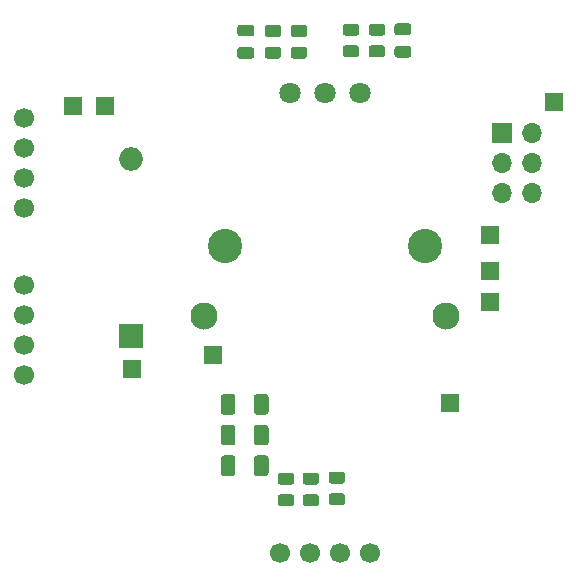
<source format=gbs>
G04 #@! TF.GenerationSoftware,KiCad,Pcbnew,(5.1.12)-1*
G04 #@! TF.CreationDate,2022-08-25T21:37:31-05:00*
G04 #@! TF.ProjectId,Stepper_Motor_Controller,53746570-7065-4725-9f4d-6f746f725f43,rev?*
G04 #@! TF.SameCoordinates,Original*
G04 #@! TF.FileFunction,Soldermask,Bot*
G04 #@! TF.FilePolarity,Negative*
%FSLAX46Y46*%
G04 Gerber Fmt 4.6, Leading zero omitted, Abs format (unit mm)*
G04 Created by KiCad (PCBNEW (5.1.12)-1) date 2022-08-25 21:37:31*
%MOMM*%
%LPD*%
G01*
G04 APERTURE LIST*
%ADD10R,1.500000X1.500000*%
%ADD11C,1.700000*%
%ADD12O,2.000000X2.000000*%
%ADD13R,2.000000X2.000000*%
%ADD14C,1.800000*%
%ADD15C,2.300000*%
%ADD16C,2.900000*%
%ADD17O,1.700000X1.700000*%
%ADD18R,1.700000X1.700000*%
G04 APERTURE END LIST*
D10*
X114000000Y-104700000D03*
X114000000Y-102100000D03*
X114000000Y-99100000D03*
G36*
G01*
X96249999Y-121000000D02*
X97150001Y-121000000D01*
G75*
G02*
X97400000Y-121249999I0J-249999D01*
G01*
X97400000Y-121775001D01*
G75*
G02*
X97150001Y-122025000I-249999J0D01*
G01*
X96249999Y-122025000D01*
G75*
G02*
X96000000Y-121775001I0J249999D01*
G01*
X96000000Y-121249999D01*
G75*
G02*
X96249999Y-121000000I249999J0D01*
G01*
G37*
G36*
G01*
X96249999Y-119175000D02*
X97150001Y-119175000D01*
G75*
G02*
X97400000Y-119424999I0J-249999D01*
G01*
X97400000Y-119950001D01*
G75*
G02*
X97150001Y-120200000I-249999J0D01*
G01*
X96249999Y-120200000D01*
G75*
G02*
X96000000Y-119950001I0J249999D01*
G01*
X96000000Y-119424999D01*
G75*
G02*
X96249999Y-119175000I249999J0D01*
G01*
G37*
G36*
G01*
X100549999Y-120912500D02*
X101450001Y-120912500D01*
G75*
G02*
X101700000Y-121162499I0J-249999D01*
G01*
X101700000Y-121687501D01*
G75*
G02*
X101450001Y-121937500I-249999J0D01*
G01*
X100549999Y-121937500D01*
G75*
G02*
X100300000Y-121687501I0J249999D01*
G01*
X100300000Y-121162499D01*
G75*
G02*
X100549999Y-120912500I249999J0D01*
G01*
G37*
G36*
G01*
X100549999Y-119087500D02*
X101450001Y-119087500D01*
G75*
G02*
X101700000Y-119337499I0J-249999D01*
G01*
X101700000Y-119862501D01*
G75*
G02*
X101450001Y-120112500I-249999J0D01*
G01*
X100549999Y-120112500D01*
G75*
G02*
X100300000Y-119862501I0J249999D01*
G01*
X100300000Y-119337499D01*
G75*
G02*
X100549999Y-119087500I249999J0D01*
G01*
G37*
G36*
G01*
X98349999Y-121000000D02*
X99250001Y-121000000D01*
G75*
G02*
X99500000Y-121249999I0J-249999D01*
G01*
X99500000Y-121775001D01*
G75*
G02*
X99250001Y-122025000I-249999J0D01*
G01*
X98349999Y-122025000D01*
G75*
G02*
X98100000Y-121775001I0J249999D01*
G01*
X98100000Y-121249999D01*
G75*
G02*
X98349999Y-121000000I249999J0D01*
G01*
G37*
G36*
G01*
X98349999Y-119175000D02*
X99250001Y-119175000D01*
G75*
G02*
X99500000Y-119424999I0J-249999D01*
G01*
X99500000Y-119950001D01*
G75*
G02*
X99250001Y-120200000I-249999J0D01*
G01*
X98349999Y-120200000D01*
G75*
G02*
X98100000Y-119950001I0J249999D01*
G01*
X98100000Y-119424999D01*
G75*
G02*
X98349999Y-119175000I249999J0D01*
G01*
G37*
G36*
G01*
X92425000Y-112775000D02*
X92425000Y-114025000D01*
G75*
G02*
X92175000Y-114275000I-250000J0D01*
G01*
X91425000Y-114275000D01*
G75*
G02*
X91175000Y-114025000I0J250000D01*
G01*
X91175000Y-112775000D01*
G75*
G02*
X91425000Y-112525000I250000J0D01*
G01*
X92175000Y-112525000D01*
G75*
G02*
X92425000Y-112775000I0J-250000D01*
G01*
G37*
G36*
G01*
X95225000Y-112775000D02*
X95225000Y-114025000D01*
G75*
G02*
X94975000Y-114275000I-250000J0D01*
G01*
X94225000Y-114275000D01*
G75*
G02*
X93975000Y-114025000I0J250000D01*
G01*
X93975000Y-112775000D01*
G75*
G02*
X94225000Y-112525000I250000J0D01*
G01*
X94975000Y-112525000D01*
G75*
G02*
X95225000Y-112775000I0J-250000D01*
G01*
G37*
G36*
G01*
X92425000Y-115375000D02*
X92425000Y-116625000D01*
G75*
G02*
X92175000Y-116875000I-250000J0D01*
G01*
X91425000Y-116875000D01*
G75*
G02*
X91175000Y-116625000I0J250000D01*
G01*
X91175000Y-115375000D01*
G75*
G02*
X91425000Y-115125000I250000J0D01*
G01*
X92175000Y-115125000D01*
G75*
G02*
X92425000Y-115375000I0J-250000D01*
G01*
G37*
G36*
G01*
X95225000Y-115375000D02*
X95225000Y-116625000D01*
G75*
G02*
X94975000Y-116875000I-250000J0D01*
G01*
X94225000Y-116875000D01*
G75*
G02*
X93975000Y-116625000I0J250000D01*
G01*
X93975000Y-115375000D01*
G75*
G02*
X94225000Y-115125000I250000J0D01*
G01*
X94975000Y-115125000D01*
G75*
G02*
X95225000Y-115375000I0J-250000D01*
G01*
G37*
G36*
G01*
X92425000Y-117975000D02*
X92425000Y-119225000D01*
G75*
G02*
X92175000Y-119475000I-250000J0D01*
G01*
X91425000Y-119475000D01*
G75*
G02*
X91175000Y-119225000I0J250000D01*
G01*
X91175000Y-117975000D01*
G75*
G02*
X91425000Y-117725000I250000J0D01*
G01*
X92175000Y-117725000D01*
G75*
G02*
X92425000Y-117975000I0J-250000D01*
G01*
G37*
G36*
G01*
X95225000Y-117975000D02*
X95225000Y-119225000D01*
G75*
G02*
X94975000Y-119475000I-250000J0D01*
G01*
X94225000Y-119475000D01*
G75*
G02*
X93975000Y-119225000I0J250000D01*
G01*
X93975000Y-117975000D01*
G75*
G02*
X94225000Y-117725000I250000J0D01*
G01*
X94975000Y-117725000D01*
G75*
G02*
X95225000Y-117975000I0J-250000D01*
G01*
G37*
X78700000Y-88100000D03*
X81400000Y-88100000D03*
X119400000Y-87800000D03*
X83700000Y-110400000D03*
X90500000Y-109200000D03*
X110600000Y-113300000D03*
G36*
G01*
X95149999Y-83100000D02*
X96050001Y-83100000D01*
G75*
G02*
X96300000Y-83349999I0J-249999D01*
G01*
X96300000Y-83875001D01*
G75*
G02*
X96050001Y-84125000I-249999J0D01*
G01*
X95149999Y-84125000D01*
G75*
G02*
X94900000Y-83875001I0J249999D01*
G01*
X94900000Y-83349999D01*
G75*
G02*
X95149999Y-83100000I249999J0D01*
G01*
G37*
G36*
G01*
X95149999Y-81275000D02*
X96050001Y-81275000D01*
G75*
G02*
X96300000Y-81524999I0J-249999D01*
G01*
X96300000Y-82050001D01*
G75*
G02*
X96050001Y-82300000I-249999J0D01*
G01*
X95149999Y-82300000D01*
G75*
G02*
X94900000Y-82050001I0J249999D01*
G01*
X94900000Y-81524999D01*
G75*
G02*
X95149999Y-81275000I249999J0D01*
G01*
G37*
G36*
G01*
X103949999Y-83000000D02*
X104850001Y-83000000D01*
G75*
G02*
X105100000Y-83249999I0J-249999D01*
G01*
X105100000Y-83775001D01*
G75*
G02*
X104850001Y-84025000I-249999J0D01*
G01*
X103949999Y-84025000D01*
G75*
G02*
X103700000Y-83775001I0J249999D01*
G01*
X103700000Y-83249999D01*
G75*
G02*
X103949999Y-83000000I249999J0D01*
G01*
G37*
G36*
G01*
X103949999Y-81175000D02*
X104850001Y-81175000D01*
G75*
G02*
X105100000Y-81424999I0J-249999D01*
G01*
X105100000Y-81950001D01*
G75*
G02*
X104850001Y-82200000I-249999J0D01*
G01*
X103949999Y-82200000D01*
G75*
G02*
X103700000Y-81950001I0J249999D01*
G01*
X103700000Y-81424999D01*
G75*
G02*
X103949999Y-81175000I249999J0D01*
G01*
G37*
G36*
G01*
X97349999Y-83100000D02*
X98250001Y-83100000D01*
G75*
G02*
X98500000Y-83349999I0J-249999D01*
G01*
X98500000Y-83875001D01*
G75*
G02*
X98250001Y-84125000I-249999J0D01*
G01*
X97349999Y-84125000D01*
G75*
G02*
X97100000Y-83875001I0J249999D01*
G01*
X97100000Y-83349999D01*
G75*
G02*
X97349999Y-83100000I249999J0D01*
G01*
G37*
G36*
G01*
X97349999Y-81275000D02*
X98250001Y-81275000D01*
G75*
G02*
X98500000Y-81524999I0J-249999D01*
G01*
X98500000Y-82050001D01*
G75*
G02*
X98250001Y-82300000I-249999J0D01*
G01*
X97349999Y-82300000D01*
G75*
G02*
X97100000Y-82050001I0J249999D01*
G01*
X97100000Y-81524999D01*
G75*
G02*
X97349999Y-81275000I249999J0D01*
G01*
G37*
G36*
G01*
X101749999Y-83000000D02*
X102650001Y-83000000D01*
G75*
G02*
X102900000Y-83249999I0J-249999D01*
G01*
X102900000Y-83775001D01*
G75*
G02*
X102650001Y-84025000I-249999J0D01*
G01*
X101749999Y-84025000D01*
G75*
G02*
X101500000Y-83775001I0J249999D01*
G01*
X101500000Y-83249999D01*
G75*
G02*
X101749999Y-83000000I249999J0D01*
G01*
G37*
G36*
G01*
X101749999Y-81175000D02*
X102650001Y-81175000D01*
G75*
G02*
X102900000Y-81424999I0J-249999D01*
G01*
X102900000Y-81950001D01*
G75*
G02*
X102650001Y-82200000I-249999J0D01*
G01*
X101749999Y-82200000D01*
G75*
G02*
X101500000Y-81950001I0J249999D01*
G01*
X101500000Y-81424999D01*
G75*
G02*
X101749999Y-81175000I249999J0D01*
G01*
G37*
D11*
X74500000Y-103290000D03*
X74500000Y-105830000D03*
X74500000Y-110910000D03*
X74500000Y-108370000D03*
X74500000Y-89120000D03*
X74500000Y-91660000D03*
X74500000Y-96740000D03*
X74500000Y-94200000D03*
D12*
X83600000Y-92600000D03*
D13*
X83600000Y-107600000D03*
D14*
X103000000Y-87000000D03*
X97000000Y-87000000D03*
X100000000Y-87000000D03*
D15*
X110220000Y-105900000D03*
D16*
X108500000Y-100000000D03*
X91500000Y-100000000D03*
D15*
X89780000Y-105900000D03*
D11*
X96190000Y-126000000D03*
X98730000Y-126000000D03*
X103810000Y-126000000D03*
X101270000Y-126000000D03*
G36*
G01*
X106125000Y-83050000D02*
X107075000Y-83050000D01*
G75*
G02*
X107325000Y-83300000I0J-250000D01*
G01*
X107325000Y-83800000D01*
G75*
G02*
X107075000Y-84050000I-250000J0D01*
G01*
X106125000Y-84050000D01*
G75*
G02*
X105875000Y-83800000I0J250000D01*
G01*
X105875000Y-83300000D01*
G75*
G02*
X106125000Y-83050000I250000J0D01*
G01*
G37*
G36*
G01*
X106125000Y-81150000D02*
X107075000Y-81150000D01*
G75*
G02*
X107325000Y-81400000I0J-250000D01*
G01*
X107325000Y-81900000D01*
G75*
G02*
X107075000Y-82150000I-250000J0D01*
G01*
X106125000Y-82150000D01*
G75*
G02*
X105875000Y-81900000I0J250000D01*
G01*
X105875000Y-81400000D01*
G75*
G02*
X106125000Y-81150000I250000J0D01*
G01*
G37*
G36*
G01*
X92825000Y-83150000D02*
X93775000Y-83150000D01*
G75*
G02*
X94025000Y-83400000I0J-250000D01*
G01*
X94025000Y-83900000D01*
G75*
G02*
X93775000Y-84150000I-250000J0D01*
G01*
X92825000Y-84150000D01*
G75*
G02*
X92575000Y-83900000I0J250000D01*
G01*
X92575000Y-83400000D01*
G75*
G02*
X92825000Y-83150000I250000J0D01*
G01*
G37*
G36*
G01*
X92825000Y-81250000D02*
X93775000Y-81250000D01*
G75*
G02*
X94025000Y-81500000I0J-250000D01*
G01*
X94025000Y-82000000D01*
G75*
G02*
X93775000Y-82250000I-250000J0D01*
G01*
X92825000Y-82250000D01*
G75*
G02*
X92575000Y-82000000I0J250000D01*
G01*
X92575000Y-81500000D01*
G75*
G02*
X92825000Y-81250000I250000J0D01*
G01*
G37*
D17*
X117540000Y-95530000D03*
X115000000Y-95530000D03*
X117540000Y-92990000D03*
X115000000Y-92990000D03*
X117540000Y-90450000D03*
D18*
X115000000Y-90450000D03*
M02*

</source>
